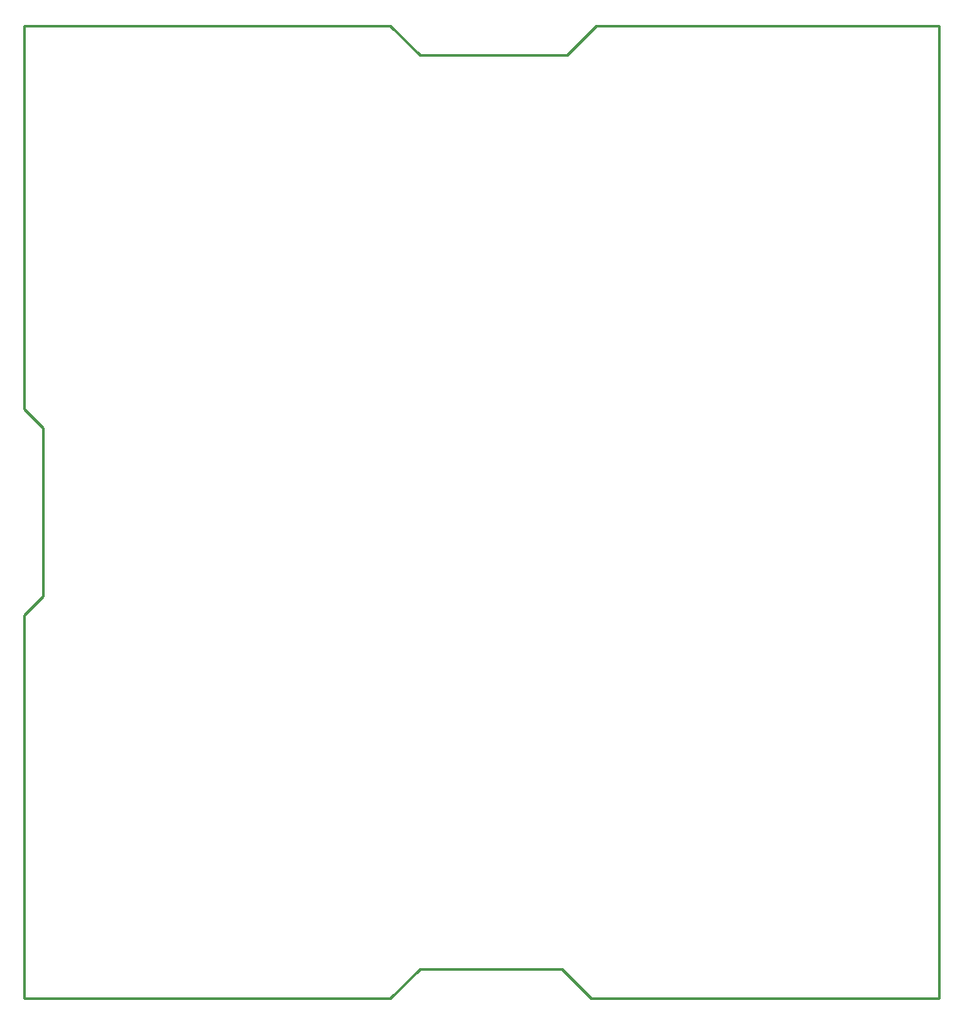
<source format=gbr>
G04 EAGLE Gerber RS-274X export*
G75*
%MOMM*%
%FSLAX34Y34*%
%LPD*%
%IN*%
%IPPOS*%
%AMOC8*
5,1,8,0,0,1.08239X$1,22.5*%
G01*
%ADD10C,0.254000*%


D10*
X0Y0D02*
X360680Y0D01*
X389890Y29210D01*
X529590Y29210D01*
X558800Y0D01*
X901700Y0D01*
X901700Y958850D01*
X563880Y958850D01*
X534670Y929640D01*
X389890Y929640D01*
X360680Y958850D01*
X0Y958850D01*
X0Y581152D01*
X18796Y562356D01*
X18796Y396748D01*
X0Y377952D01*
X0Y0D01*
M02*

</source>
